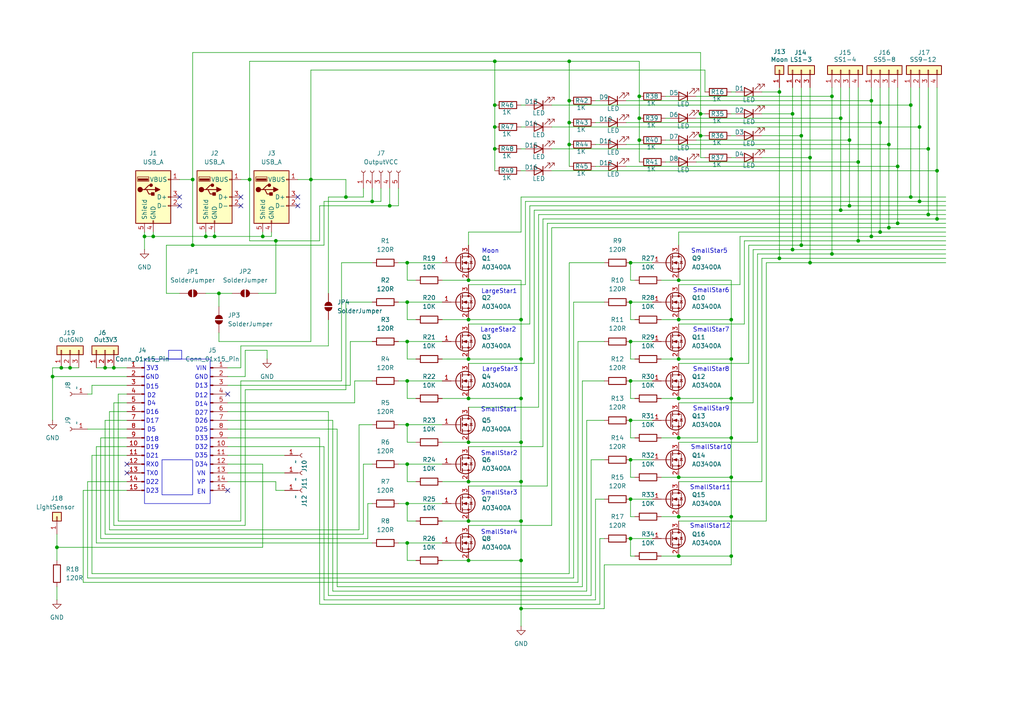
<source format=kicad_sch>
(kicad_sch (version 20250114) (generator "eeschema") (generator_version "9.0")
  (paper "A4")
  (rectangle (start 46.99 133.35) (end 55.88 143.51))
  (rectangle (start 48.895 101.6) (end 52.705 104.14))
  (rectangle (start 41.91 104.14) (end 60.96 146.05))
  (text "D4" (at 43.942 117.094 0) (effects (font (size 1.27 1.27))))
  (text "D26" (at 58.42 122.174 0) (effects (font (size 1.27 1.27))))
  (text "GND" (at 44.196 109.474 0) (effects (font (size 1.27 1.27))))
  (text "SmallStar11" (at 205.994 141.478 0) (effects (font (size 1.27 1.27))))
  (text "EN" (at 58.42 142.748 0) (effects (font (size 1.27 1.27))))
  (text "TX0" (at 44.196 137.414 0) (effects (font (size 1.27 1.27))))
  (text "VP" (at 58.42 139.954 0) (effects (font (size 1.27 1.27))))
  (text "SmallStar4" (at 144.78 154.432 0) (effects (font (size 1.27 1.27))))
  (text "3V3" (at 44.196 106.934 0) (effects (font (size 1.27 1.27))))
  (text "D14" (at 58.42 117.348 0) (effects (font (size 1.27 1.27))))
  (text "D33" (at 58.42 127.254 0) (effects (font (size 1.27 1.27))))
  (text "D15" (at 44.196 112.268 0) (effects (font (size 1.27 1.27))))
  (text "D35" (at 58.3989 132.2435 0) (effects (font (size 1.27 1.27))))
  (text "D16" (at 44.196 119.634 0) (effects (font (size 1.27 1.27))))
  (text "VIN" (at 58.42 106.934 0) (effects (font (size 1.27 1.27))))
  (text "LargeStar3" (at 145.034 107.188 0) (effects (font (size 1.27 1.27))))
  (text "VN" (at 58.42 137.414 0) (effects (font (size 1.27 1.27))))
  (text "D17" (at 44.196 122.174 0) (effects (font (size 1.27 1.27))))
  (text "Moon" (at 142.24 72.898 0) (effects (font (size 1.27 1.27))))
  (text "D22" (at 44.196 139.954 0) (effects (font (size 1.27 1.27))))
  (text "LargeStar1" (at 144.78 84.582 0) (effects (font (size 1.27 1.27))))
  (text "SmallStar10" (at 206.248 129.794 0) (effects (font (size 1.27 1.27))))
  (text "D19" (at 44.196 129.794 0) (effects (font (size 1.27 1.27))))
  (text "D27" (at 58.42 119.888 0) (effects (font (size 1.27 1.27))))
  (text "D12" (at 58.42 114.808 0) (effects (font (size 1.27 1.27))))
  (text "SmallStar6" (at 206.248 84.328 0) (effects (font (size 1.27 1.27))))
  (text "GND" (at 58.42 109.474 0) (effects (font (size 1.27 1.27))))
  (text "D23" (at 44.196 142.494 0) (effects (font (size 1.27 1.27))))
  (text "SmallStar5" (at 205.74 72.898 0) (effects (font (size 1.27 1.27))))
  (text "SmallStar7" (at 206.248 95.758 0) (effects (font (size 1.27 1.27))))
  (text "RX0" (at 44.196 134.874 0) (effects (font (size 1.27 1.27))))
  (text "SmallStar3" (at 144.78 143.002 0) (effects (font (size 1.27 1.27))))
  (text "LargeStar2" (at 144.526 95.758 0) (effects (font (size 1.27 1.27))))
  (text "D2" (at 43.942 114.808 0) (effects (font (size 1.27 1.27))))
  (text "D25" (at 58.42 124.714 0) (effects (font (size 1.27 1.27))))
  (text "D18" (at 44.196 127.508 0) (effects (font (size 1.27 1.27))))
  (text "D21" (at 44.196 132.334 0) (effects (font (size 1.27 1.27))))
  (text "SmallStar9" (at 206.248 118.618 0) (effects (font (size 1.27 1.27))))
  (text "D32" (at 58.42 129.794 0) (effects (font (size 1.27 1.27))))
  (text "SmallStar2" (at 144.78 131.572 0) (effects (font (size 1.27 1.27))))
  (text "D34" (at 58.42 134.874 0) (effects (font (size 1.27 1.27))))
  (text "SmallStar1" (at 144.78 118.872 0) (effects (font (size 1.27 1.27))))
  (text "SmallStar12" (at 205.994 152.654 0) (effects (font (size 1.27 1.27))))
  (text "SmallStar8" (at 206.248 107.188 0) (effects (font (size 1.27 1.27))))
  (text "D5" (at 43.942 124.714 0) (effects (font (size 1.27 1.27))))
  (text "D13" (at 58.42 112.014 0) (effects (font (size 1.27 1.27))))
  (junction (at 196.85 161.29))
  (junction (at 72.39 52.07))
  (junction (at 165.1 35.56))
  (junction (at 212.09 115.57))
  (junction (at 33.02 106.68))
  (junction (at 226.06 26.67))
  (junction (at 212.09 138.43))
  (junction (at 232.41 71.12))
  (junction (at 17.78 106.68))
  (junction (at 118.11 76.2))
  (junction (at 41.91 68.58))
  (junction (at 260.35 64.77))
  (junction (at 55.88 52.07))
  (junction (at 44.45 68.58))
  (junction (at 135.89 139.7))
  (junction (at 151.13 115.57))
  (junction (at 266.7 36.83))
  (junction (at 165.1 41.91))
  (junction (at 196.85 104.14))
  (junction (at 182.88 121.92))
  (junction (at 118.11 99.06))
  (junction (at 255.27 67.31))
  (junction (at 196.85 138.43))
  (junction (at 80.01 69.85))
  (junction (at 151.13 151.13))
  (junction (at 271.78 63.5))
  (junction (at 20.32 106.68))
  (junction (at 271.78 49.53))
  (junction (at 264.16 30.48))
  (junction (at 118.11 123.19))
  (junction (at 241.3 73.66))
  (junction (at 243.84 34.29))
  (junction (at 196.85 149.86))
  (junction (at 118.11 110.49))
  (junction (at 100.33 57.15))
  (junction (at 16.51 158.75))
  (junction (at 165.1 29.21))
  (junction (at 135.89 81.28))
  (junction (at 266.7 58.42))
  (junction (at 182.88 76.2))
  (junction (at 151.13 139.7))
  (junction (at 55.88 71.12))
  (junction (at 143.51 17.78))
  (junction (at 203.2 33.02))
  (junction (at 59.69 68.58))
  (junction (at 182.88 156.21))
  (junction (at 229.87 33.02))
  (junction (at 185.42 40.64))
  (junction (at 196.85 127))
  (junction (at 229.87 72.39))
  (junction (at 143.51 36.83))
  (junction (at 182.88 110.49))
  (junction (at 182.88 99.06))
  (junction (at 232.41 39.37))
  (junction (at 165.1 17.78))
  (junction (at 234.95 76.2))
  (junction (at 151.13 92.71))
  (junction (at 257.81 66.04))
  (junction (at 151.13 162.56))
  (junction (at 151.13 104.14))
  (junction (at 135.89 151.13))
  (junction (at 118.11 87.63))
  (junction (at 15.24 109.22))
  (junction (at 185.42 34.29))
  (junction (at 203.2 39.37))
  (junction (at 151.13 128.27))
  (junction (at 135.89 128.27))
  (junction (at 212.09 92.71))
  (junction (at 241.3 27.94))
  (junction (at 113.03 59.69))
  (junction (at 212.09 127))
  (junction (at 252.73 68.58))
  (junction (at 62.23 68.58))
  (junction (at 226.06 74.93))
  (junction (at 264.16 57.15))
  (junction (at 151.13 176.53))
  (junction (at 107.95 58.42))
  (junction (at 135.89 115.57))
  (junction (at 182.88 144.78))
  (junction (at 143.51 30.48))
  (junction (at 135.89 104.14))
  (junction (at 255.27 35.56))
  (junction (at 269.24 62.23))
  (junction (at 63.5 85.09))
  (junction (at 118.11 157.48))
  (junction (at 143.51 43.18))
  (junction (at 76.2 68.58))
  (junction (at 212.09 149.86))
  (junction (at 196.85 92.71))
  (junction (at 182.88 87.63))
  (junction (at 243.84 60.96))
  (junction (at 30.48 106.68))
  (junction (at 269.24 43.18))
  (junction (at 212.09 104.14))
  (junction (at 90.17 52.07))
  (junction (at 196.85 115.57))
  (junction (at 135.89 162.56))
  (junction (at 246.38 40.64))
  (junction (at 212.09 161.29))
  (junction (at 118.11 146.05))
  (junction (at 246.38 59.69))
  (junction (at 257.81 41.91))
  (junction (at 185.42 27.94))
  (junction (at 182.88 133.35))
  (junction (at 248.92 46.99))
  (junction (at 260.35 48.26))
  (junction (at 135.89 92.71))
  (junction (at 196.85 81.28))
  (junction (at 234.95 45.72))
  (junction (at 248.92 69.85))
  (junction (at 118.11 134.62))
  (junction (at 252.73 29.21))
  (no_connect (at 52.07 59.69))
  (no_connect (at 69.85 57.15))
  (no_connect (at 36.83 134.62))
  (no_connect (at 36.83 137.16))
  (no_connect (at 52.07 57.15))
  (no_connect (at 66.04 142.24))
  (no_connect (at 66.04 114.3))
  (no_connect (at 86.36 57.15))
  (no_connect (at 86.36 59.69))
  (no_connect (at 69.85 59.69))
  (wire (pts (xy 33.02 116.84) (xy 33.02 152.4)))
  (wire (pts (xy 212.09 138.43) (xy 212.09 149.86)))
  (wire (pts (xy 157.48 63.5) (xy 271.78 63.5)))
  (wire (pts (xy 36.83 132.08) (xy 26.67 132.08)))
  (wire (pts (xy 36.83 129.54) (xy 27.94 129.54)))
  (wire (pts (xy 24.13 142.24) (xy 36.83 142.24)))
  (wire (pts (xy 44.45 67.31) (xy 44.45 68.58)))
  (wire (pts (xy 191.77 92.71) (xy 196.85 92.71)))
  (wire (pts (xy 25.4 167.64) (xy 25.4 139.7)))
  (wire (pts (xy 15.24 109.22) (xy 15.24 121.92)))
  (wire (pts (xy 212.09 92.71) (xy 212.09 104.14)))
  (wire (pts (xy 218.44 116.84) (xy 196.85 116.84)))
  (wire (pts (xy 185.42 40.64) (xy 185.42 46.99)))
  (wire (pts (xy 222.25 151.13) (xy 222.25 76.2)))
  (wire (pts (xy 102.87 116.84) (xy 102.87 110.49)))
  (wire (pts (xy 182.88 161.29) (xy 184.15 161.29)))
  (wire (pts (xy 72.39 52.07) (xy 72.39 69.85)))
  (wire (pts (xy 196.85 151.13) (xy 222.25 151.13)))
  (wire (pts (xy 241.3 25.4) (xy 241.3 27.94)))
  (wire (pts (xy 266.7 58.42) (xy 274.32 58.42)))
  (wire (pts (xy 158.75 140.97) (xy 158.75 64.77)))
  (wire (pts (xy 97.79 170.18) (xy 168.91 170.18)))
  (wire (pts (xy 182.88 110.49) (xy 182.88 115.57)))
  (wire (pts (xy 182.88 81.28) (xy 184.15 81.28)))
  (wire (pts (xy 118.11 76.2) (xy 118.11 81.28)))
  (wire (pts (xy 55.88 71.12) (xy 93.98 71.12)))
  (wire (pts (xy 185.42 27.94) (xy 185.42 34.29)))
  (wire (pts (xy 36.83 119.38) (xy 31.75 119.38)))
  (wire (pts (xy 115.57 54.61) (xy 115.57 59.69)))
  (wire (pts (xy 128.27 151.13) (xy 135.89 151.13)))
  (wire (pts (xy 95.25 57.15) (xy 100.33 57.15)))
  (wire (pts (xy 252.73 25.4) (xy 252.73 29.21)))
  (wire (pts (xy 66.04 134.62) (xy 76.2 134.62)))
  (wire (pts (xy 34.29 114.3) (xy 34.29 151.13)))
  (wire (pts (xy 16.51 158.75) (xy 76.2 158.75)))
  (wire (pts (xy 201.93 27.94) (xy 241.3 27.94)))
  (wire (pts (xy 55.88 52.07) (xy 55.88 71.12)))
  (wire (pts (xy 69.85 110.49) (xy 99.06 110.49)))
  (wire (pts (xy 165.1 17.78) (xy 185.42 17.78)))
  (wire (pts (xy 15.24 109.22) (xy 15.24 106.68)))
  (wire (pts (xy 55.88 15.24) (xy 203.2 15.24)))
  (wire (pts (xy 27.94 129.54) (xy 27.94 157.48)))
  (wire (pts (xy 93.98 173.99) (xy 172.72 173.99)))
  (wire (pts (xy 196.85 127) (xy 212.09 127)))
  (wire (pts (xy 151.13 57.15) (xy 264.16 57.15)))
  (wire (pts (xy 100.33 57.15) (xy 105.41 57.15)))
  (wire (pts (xy 246.38 25.4) (xy 246.38 40.64)))
  (wire (pts (xy 106.68 156.21) (xy 29.21 156.21)))
  (wire (pts (xy 196.85 149.86) (xy 212.09 149.86)))
  (wire (pts (xy 27.94 157.48) (xy 107.95 157.48)))
  (wire (pts (xy 193.04 46.99) (xy 194.31 46.99)))
  (wire (pts (xy 220.98 45.72) (xy 234.95 45.72)))
  (wire (pts (xy 165.1 17.78) (xy 165.1 29.21)))
  (wire (pts (xy 41.91 68.58) (xy 41.91 72.39)))
  (wire (pts (xy 118.11 87.63) (xy 128.27 87.63)))
  (wire (pts (xy 135.89 92.71) (xy 151.13 92.71)))
  (wire (pts (xy 80.01 85.09) (xy 80.01 69.85)))
  (wire (pts (xy 234.95 45.72) (xy 234.95 76.2)))
  (wire (pts (xy 118.11 81.28) (xy 120.65 81.28)))
  (wire (pts (xy 41.91 67.31) (xy 41.91 68.58)))
  (wire (pts (xy 271.78 63.5) (xy 274.32 63.5)))
  (wire (pts (xy 212.09 39.37) (xy 213.36 39.37)))
  (wire (pts (xy 218.44 116.84) (xy 218.44 72.39)))
  (wire (pts (xy 217.17 105.41) (xy 217.17 71.12)))
  (wire (pts (xy 172.72 29.21) (xy 173.99 29.21)))
  (wire (pts (xy 165.1 35.56) (xy 165.1 41.91)))
  (wire (pts (xy 135.89 151.13) (xy 151.13 151.13)))
  (wire (pts (xy 269.24 43.18) (xy 269.24 62.23)))
  (wire (pts (xy 25.4 124.46) (xy 36.83 124.46)))
  (wire (pts (xy 175.26 121.92) (xy 170.18 121.92)))
  (wire (pts (xy 172.72 144.78) (xy 172.72 173.99)))
  (wire (pts (xy 243.84 25.4) (xy 243.84 34.29)))
  (wire (pts (xy 196.85 81.28) (xy 212.09 81.28)))
  (wire (pts (xy 135.89 152.4) (xy 160.02 152.4)))
  (wire (pts (xy 212.09 149.86) (xy 212.09 161.29)))
  (wire (pts (xy 175.26 144.78) (xy 172.72 144.78)))
  (wire (pts (xy 182.88 110.49) (xy 189.23 110.49)))
  (wire (pts (xy 191.77 161.29) (xy 196.85 161.29)))
  (wire (pts (xy 196.85 105.41) (xy 217.17 105.41)))
  (wire (pts (xy 118.11 146.05) (xy 118.11 151.13)))
  (wire (pts (xy 118.11 146.05) (xy 128.27 146.05)))
  (wire (pts (xy 99.06 76.2) (xy 107.95 76.2)))
  (wire (pts (xy 135.89 81.28) (xy 151.13 81.28)))
  (wire (pts (xy 118.11 151.13) (xy 120.65 151.13)))
  (wire (pts (xy 66.04 139.7) (xy 80.01 139.7)))
  (wire (pts (xy 182.88 87.63) (xy 182.88 92.71)))
  (wire (pts (xy 156.21 62.23) (xy 156.21 118.11)))
  (wire (pts (xy 115.57 99.06) (xy 118.11 99.06)))
  (wire (pts (xy 101.6 111.76) (xy 101.6 99.06)))
  (wire (pts (xy 26.67 114.3) (xy 25.4 114.3)))
  (wire (pts (xy 69.85 106.68) (xy 69.85 100.33)))
  (wire (pts (xy 255.27 35.56) (xy 255.27 67.31)))
  (wire (pts (xy 151.13 176.53) (xy 175.26 176.53)))
  (wire (pts (xy 182.88 121.92) (xy 182.88 127)))
  (wire (pts (xy 220.98 74.93) (xy 220.98 139.7)))
  (wire (pts (xy 151.13 151.13) (xy 151.13 162.56)))
  (wire (pts (xy 215.9 69.85) (xy 248.92 69.85)))
  (wire (pts (xy 182.88 115.57) (xy 184.15 115.57)))
  (wire (pts (xy 17.78 106.68) (xy 15.24 106.68)))
  (wire (pts (xy 69.85 151.13) (xy 69.85 110.49)))
  (wire (pts (xy 115.57 87.63) (xy 118.11 87.63)))
  (wire (pts (xy 201.93 46.99) (xy 248.92 46.99)))
  (wire (pts (xy 196.85 104.14) (xy 212.09 104.14)))
  (wire (pts (xy 25.4 167.64) (xy 166.37 167.64)))
  (wire (pts (xy 175.26 163.83) (xy 175.26 176.53)))
  (wire (pts (xy 118.11 139.7) (xy 120.65 139.7)))
  (wire (pts (xy 97.79 124.46) (xy 66.04 124.46)))
  (wire (pts (xy 95.25 172.72) (xy 171.45 172.72)))
  (wire (pts (xy 151.13 181.61) (xy 151.13 176.53)))
  (wire (pts (xy 260.35 48.26) (xy 260.35 64.77)))
  (wire (pts (xy 96.52 171.45) (xy 170.18 171.45)))
  (wire (pts (xy 62.23 67.31) (xy 62.23 68.58)))
  (wire (pts (xy 113.03 54.61) (xy 113.03 59.69)))
  (wire (pts (xy 93.98 173.99) (xy 93.98 129.54)))
  (wire (pts (xy 167.64 99.06) (xy 175.26 99.06)))
  (wire (pts (xy 31.75 153.67) (xy 104.14 153.67)))
  (wire (pts (xy 26.67 166.37) (xy 165.1 166.37)))
  (wire (pts (xy 193.04 34.29) (xy 194.31 34.29)))
  (wire (pts (xy 220.98 26.67) (xy 226.06 26.67)))
  (wire (pts (xy 182.88 133.35) (xy 182.88 138.43)))
  (wire (pts (xy 257.81 41.91) (xy 257.81 66.04)))
  (wire (pts (xy 115.57 157.48) (xy 118.11 157.48)))
  (wire (pts (xy 92.71 175.26) (xy 173.99 175.26)))
  (wire (pts (xy 62.23 68.58) (xy 76.2 68.58)))
  (wire (pts (xy 172.72 48.26) (xy 173.99 48.26)))
  (wire (pts (xy 44.45 68.58) (xy 59.69 68.58)))
  (wire (pts (xy 22.86 106.68) (xy 20.32 106.68)))
  (wire (pts (xy 90.17 52.07) (xy 90.17 99.06)))
  (wire (pts (xy 24.13 168.91) (xy 24.13 142.24)))
  (wire (pts (xy 203.2 39.37) (xy 203.2 45.72)))
  (wire (pts (xy 78.74 68.58) (xy 76.2 68.58)))
  (wire (pts (xy 255.27 25.4) (xy 255.27 35.56)))
  (wire (pts (xy 118.11 128.27) (xy 120.65 128.27)))
  (wire (pts (xy 172.72 35.56) (xy 173.99 35.56)))
  (wire (pts (xy 30.48 121.92) (xy 30.48 154.94)))
  (wire (pts (xy 33.02 152.4) (xy 71.12 152.4)))
  (wire (pts (xy 26.67 111.76) (xy 36.83 111.76)))
  (wire (pts (xy 135.89 115.57) (xy 151.13 115.57)))
  (wire (pts (xy 15.24 109.22) (xy 36.83 109.22)))
  (wire (pts (xy 135.89 139.7) (xy 151.13 139.7)))
  (wire (pts (xy 118.11 123.19) (xy 128.27 123.19)))
  (wire (pts (xy 110.49 54.61) (xy 110.49 58.42)))
  (wire (pts (xy 151.13 81.28) (xy 151.13 92.71)))
  (wire (pts (xy 232.41 25.4) (xy 232.41 39.37)))
  (wire (pts (xy 257.81 66.04) (xy 274.32 66.04)))
  (wire (pts (xy 118.11 134.62) (xy 118.11 139.7)))
  (wire (pts (xy 182.88 149.86) (xy 184.15 149.86)))
  (wire (pts (xy 269.24 25.4) (xy 269.24 43.18)))
  (wire (pts (xy 93.98 129.54) (xy 66.04 129.54)))
  (wire (pts (xy 105.41 154.94) (xy 105.41 134.62)))
  (wire (pts (xy 220.98 39.37) (xy 232.41 39.37)))
  (wire (pts (xy 128.27 92.71) (xy 135.89 92.71)))
  (wire (pts (xy 72.39 17.78) (xy 72.39 52.07)))
  (wire (pts (xy 255.27 67.31) (xy 274.32 67.31)))
  (wire (pts (xy 201.93 34.29) (xy 243.84 34.29)))
  (wire (pts (xy 269.24 62.23) (xy 274.32 62.23)))
  (wire (pts (xy 135.89 162.56) (xy 151.13 162.56)))
  (wire (pts (xy 80.01 69.85) (xy 92.71 69.85)))
  (wire (pts (xy 100.33 87.63) (xy 100.33 113.03)))
  (wire (pts (xy 170.18 121.92) (xy 170.18 171.45)))
  (wire (pts (xy 212.09 33.02) (xy 213.36 33.02)))
  (wire (pts (xy 72.39 52.07) (xy 69.85 52.07)))
  (wire (pts (xy 24.13 168.91) (xy 167.64 168.91)))
  (wire (pts (xy 34.29 151.13) (xy 69.85 151.13)))
  (wire (pts (xy 151.13 115.57) (xy 151.13 128.27)))
  (wire (pts (xy 212.09 127) (xy 212.09 138.43)))
  (wire (pts (xy 266.7 36.83) (xy 266.7 58.42)))
  (wire (pts (xy 86.36 52.07) (xy 90.17 52.07)))
  (wire (pts (xy 95.25 172.72) (xy 95.25 119.38)))
  (wire (pts (xy 90.17 99.06) (xy 63.5 99.06)))
  (wire (pts (xy 252.73 29.21) (xy 252.73 68.58)))
  (wire (pts (xy 196.85 139.7) (xy 220.98 139.7)))
  (wire (pts (xy 191.77 104.14) (xy 196.85 104.14)))
  (wire (pts (xy 151.13 162.56) (xy 151.13 176.53)))
  (wire (pts (xy 191.77 149.86) (xy 196.85 149.86)))
  (wire (pts (xy 115.57 146.05) (xy 118.11 146.05)))
  (wire (pts (xy 128.27 128.27) (xy 135.89 128.27)))
  (wire (pts (xy 166.37 87.63) (xy 166.37 167.64)))
  (wire (pts (xy 152.4 58.42) (xy 266.7 58.42)))
  (wire (pts (xy 80.01 139.7) (xy 80.01 142.24)))
  (wire (pts (xy 30.48 106.68) (xy 27.94 106.68)))
  (wire (pts (xy 203.2 33.02) (xy 204.47 33.02)))
  (wire (pts (xy 191.77 138.43) (xy 196.85 138.43)))
  (wire (pts (xy 181.61 41.91) (xy 257.81 41.91)))
  (wire (pts (xy 264.16 25.4) (xy 264.16 30.48)))
  (wire (pts (xy 160.02 36.83) (xy 266.7 36.83)))
  (wire (pts (xy 78.74 67.31) (xy 78.74 68.58)))
  (wire (pts (xy 36.83 116.84) (xy 33.02 116.84)))
  (wire (pts (xy 264.16 30.48) (xy 264.16 57.15)))
  (wire (pts (xy 118.11 115.57) (xy 120.65 115.57)))
  (wire (pts (xy 193.04 40.64) (xy 194.31 40.64)))
  (wire (pts (xy 71.12 113.03) (xy 100.33 113.03)))
  (wire (pts (xy 229.87 25.4) (xy 229.87 33.02)))
  (wire (pts (xy 143.51 36.83) (xy 143.51 43.18)))
  (wire (pts (xy 181.61 48.26) (xy 260.35 48.26)))
  (wire (pts (xy 25.4 139.7) (xy 36.83 139.7)))
  (wire (pts (xy 128.27 81.28) (xy 135.89 81.28)))
  (wire (pts (xy 181.61 35.56) (xy 255.27 35.56)))
  (wire (pts (xy 118.11 110.49) (xy 118.11 115.57)))
  (wire (pts (xy 66.04 109.22) (xy 71.12 109.22)))
  (wire (pts (xy 115.57 134.62) (xy 118.11 134.62)))
  (wire (pts (xy 153.67 59.69) (xy 246.38 59.69)))
  (wire (pts (xy 260.35 25.4) (xy 260.35 48.26)))
  (wire (pts (xy 196.85 93.98) (xy 215.9 93.98)))
  (wire (pts (xy 118.11 123.19) (xy 118.11 128.27)))
  (wire (pts (xy 241.3 73.66) (xy 274.32 73.66)))
  (wire (pts (xy 107.95 54.61) (xy 107.95 58.42)))
  (wire (pts (xy 106.68 146.05) (xy 106.68 156.21)))
  (wire (pts (xy 118.11 157.48) (xy 118.11 162.56)))
  (wire (pts (xy 154.94 60.96) (xy 243.84 60.96)))
  (wire (pts (xy 156.21 62.23) (xy 269.24 62.23)))
  (wire (pts (xy 212.09 81.28) (xy 212.09 92.71)))
  (wire (pts (xy 36.83 127) (xy 29.21 127)))
  (wire (pts (xy 182.88 138.43) (xy 184.15 138.43)))
  (wire (pts (xy 165.1 166.37) (xy 165.1 76.2)))
  (wire (pts (xy 226.06 74.93) (xy 274.32 74.93)))
  (wire (pts (xy 182.88 144.78) (xy 182.88 149.86)))
  (wire (pts (xy 76.2 134.62) (xy 76.2 158.75)))
  (wire (pts (xy 118.11 92.71) (xy 120.65 92.71)))
  (wire (pts (xy 135.89 82.55) (xy 152.4 82.55)))
  (wire (pts (xy 72.39 17.78) (xy 143.51 17.78)))
  (wire (pts (xy 118.11 99.06) (xy 128.27 99.06)))
  (wire (pts (xy 212.09 115.57) (xy 212.09 127)))
  (wire (pts (xy 71.12 109.22) (xy 71.12 101.6)))
  (wire (pts (xy 185.42 17.78) (xy 185.42 27.94)))
  (wire (pts (xy 260.35 64.77) (xy 274.32 64.77)))
  (wire (pts (xy 118.11 162.56) (xy 120.65 162.56)))
  (wire (pts (xy 95.25 92.71) (xy 95.25 100.33)))
  (wire (pts (xy 167.64 168.91) (xy 167.64 99.06)))
  (wire (pts (xy 271.78 25.4) (xy 271.78 49.53)))
  (wire (pts (xy 204.47 20.32) (xy 90.17 20.32)))
  (wire (pts (xy 128.27 104.14) (xy 135.89 104.14)))
  (wire (pts (xy 77.47 101.6) (xy 77.47 104.14)))
  (wire (pts (xy 196.85 138.43) (xy 212.09 138.43)))
  (wire (pts (xy 48.26 71.12) (xy 48.26 85.09)))
  (wire (pts (xy 168.91 110.49) (xy 168.91 170.18)))
  (wire (pts (xy 63.5 85.09) (xy 67.31 85.09)))
  (wire (pts (xy 271.78 49.53) (xy 271.78 63.5)))
  (wire (pts (xy 191.77 127) (xy 196.85 127)))
  (wire (pts (xy 48.26 85.09) (xy 52.07 85.09)))
  (wire (pts (xy 191.77 81.28) (xy 196.85 81.28)))
  (wire (pts (xy 97.79 170.18) (xy 97.79 124.46)))
  (wire (pts (xy 175.26 133.35) (xy 171.45 133.35)))
  (wire (pts (xy 203.2 39.37) (xy 204.47 39.37)))
  (wire (pts (xy 104.14 153.67) (xy 104.14 123.19)))
  (wire (pts (xy 158.75 64.77) (xy 260.35 64.77)))
  (wire (pts (xy 220.98 33.02) (xy 229.87 33.02)))
  (wire (pts (xy 220.98 74.93) (xy 226.06 74.93)))
  (wire (pts (xy 193.04 27.94) (xy 194.31 27.94)))
  (wire (pts (xy 182.88 156.21) (xy 182.88 161.29)))
  (wire (pts (xy 257.81 25.4) (xy 257.81 41.91)))
  (wire (pts (xy 196.85 161.29) (xy 212.09 161.29)))
  (wire (pts (xy 229.87 72.39) (xy 274.32 72.39)))
  (wire (pts (xy 143.51 30.48) (xy 143.51 36.83)))
  (wire (pts (xy 92.71 175.26) (xy 92.71 127)))
  (wire (pts (xy 248.92 25.4) (xy 248.92 46.99)))
  (wire (pts (xy 26.67 114.3) (xy 26.67 111.76)))
  (wire (pts (xy 115.57 59.69) (xy 113.03 59.69)))
  (wire (pts (xy 16.51 158.75) (xy 16.51 162.56)))
  (wire (pts (xy 160.02 43.18) (xy 269.24 43.18)))
  (wire (pts (xy 182.88 133.35) (xy 189.23 133.35)))
  (wire (pts (xy 55.88 15.24) (xy 55.88 52.07)))
  (wire (pts (xy 69.85 100.33) (xy 95.25 100.33)))
  (wire (pts (xy 182.88 144.78) (xy 189.23 144.78)))
  (wire (pts (xy 234.95 76.2) (xy 274.32 76.2)))
  (wire (pts (xy 33.02 106.68) (xy 36.83 106.68)))
  (wire (pts (xy 160.02 49.53) (xy 271.78 49.53)))
  (wire (pts (xy 101.6 99.06) (xy 107.95 99.06)))
  (wire (pts (xy 203.2 45.72) (xy 204.47 45.72)))
  (wire (pts (xy 115.57 123.19) (xy 118.11 123.19)))
  (wire (pts (xy 71.12 101.6) (xy 77.47 101.6)))
  (wire (pts (xy 264.16 57.15) (xy 274.32 57.15)))
  (wire (pts (xy 135.89 129.54) (xy 157.48 129.54)))
  (wire (pts (xy 95.25 119.38) (xy 66.04 119.38)))
  (wire (pts (xy 115.57 110.49) (xy 118.11 110.49)))
  (wire (pts (xy 63.5 85.09) (xy 63.5 88.9)))
  (wire (pts (xy 128.27 115.57) (xy 135.89 115.57)))
  (wire (pts (xy 118.11 157.48) (xy 128.27 157.48)))
  (wire (pts (xy 196.85 71.12) (xy 196.85 67.31)))
  (wire (pts (xy 219.71 73.66) (xy 241.3 73.66)))
  (wire (pts (xy 154.94 105.41) (xy 154.94 60.96)))
  (wire (pts (xy 118.11 87.63) (xy 118.11 92.71)))
  (wire (pts (xy 215.9 93.98) (xy 215.9 69.85)))
  (wire (pts (xy 151.13 67.31) (xy 151.13 57.15)))
  (wire (pts (xy 30.48 154.94) (xy 105.41 154.94)))
  (wire (pts (xy 152.4 58.42) (xy 152.4 82.55)))
  (wire (pts (xy 171.45 133.35) (xy 171.45 172.72)))
  (wire (pts (xy 151.13 92.71) (xy 151.13 104.14)))
  (wire (pts (xy 203.2 15.24) (xy 203.2 33.02)))
  (wire (pts (xy 71.12 152.4) (xy 71.12 113.03)))
  (wire (pts (xy 104.14 123.19) (xy 107.95 123.19)))
  (wire (pts (xy 234.95 25.4) (xy 234.95 45.72)))
  (wire (pts (xy 226.06 26.67) (xy 226.06 74.93)))
  (wire (pts (xy 107.95 146.05) (xy 106.68 146.05)))
  (wire (pts (xy 128.27 139.7) (xy 135.89 139.7)))
  (wire (pts (xy 95.25 57.15) (xy 95.25 85.09)))
  (wire (pts (xy 243.84 34.29) (xy 243.84 60.96)))
  (wire (pts (xy 196.85 82.55) (xy 214.63 82.55)))
  (wire (pts (xy 90.17 52.07) (xy 100.33 52.07)))
  (wire (pts (xy 96.52 121.92) (xy 96.52 171.45)))
  (wire (pts (xy 55.88 52.07) (xy 52.07 52.07)))
  (wire (pts (xy 99.06 110.49) (xy 99.06 76.2)))
  (wire (pts (xy 66.04 106.68) (xy 69.85 106.68)))
  (wire (pts (xy 182.88 87.63) (xy 189.23 87.63)))
  (wire (pts (xy 135.89 93.98) (xy 153.67 93.98)))
  (wire (pts (xy 135.89 104.14) (xy 151.13 104.14)))
  (wire (pts (xy 110.49 58.42) (xy 107.95 58.42)))
  (wire (pts (xy 196.85 115.57) (xy 212.09 115.57)))
  (wire (pts (xy 226.06 25.4) (xy 226.06 26.67)))
  (wire (pts (xy 62.23 68.58) (xy 59.69 68.58)))
  (wire (pts (xy 92.71 59.69) (xy 113.03 59.69)))
  (wire (pts (xy 115.57 76.2) (xy 118.11 76.2)))
  (wire (pts (xy 160.02 152.4) (xy 160.02 66.04)))
  (wire (pts (xy 248.92 69.85) (xy 274.32 69.85)))
  (wire (pts (xy 165.1 29.21) (xy 165.1 35.56)))
  (wire (pts (xy 151.13 104.14) (xy 151.13 115.57)))
  (wire (pts (xy 153.67 93.98) (xy 153.67 59.69)))
  (wire (pts (xy 212.09 26.67) (xy 213.36 26.67)))
  (wire (pts (xy 66.04 121.92) (xy 96.52 121.92)))
  (wire (pts (xy 182.88 76.2) (xy 182.88 81.28)))
  (wire (pts (xy 41.91 68.58) (xy 44.45 68.58)))
  (wire (pts (xy 135.89 128.27) (xy 151.13 128.27)))
  (wire (pts (xy 212.09 45.72) (xy 213.36 45.72)))
  (wire (pts (xy 151.13 43.18) (xy 152.4 43.18)))
  (wire (pts (xy 66.04 111.76) (xy 101.6 111.76)))
  (wire (pts (xy 182.88 127) (xy 184.15 127)))
  (wire (pts (xy 105.41 57.15) (xy 105.41 54.61)))
  (wire (pts (xy 135.89 67.31) (xy 151.13 67.31)))
  (wire (pts (xy 16.51 154.94) (xy 16.51 158.75)))
  (wire (pts (xy 196.85 67.31) (xy 255.27 67.31)))
  (wire (pts (xy 182.88 99.06) (xy 182.88 104.14)))
  (wire (pts (xy 26.67 132.08) (xy 26.67 166.37)))
  (wire (pts (xy 20.32 106.68) (xy 17.78 106.68)))
  (wire (pts (xy 246.38 40.64) (xy 246.38 59.69)))
  (wire (pts (xy 219.71 128.27) (xy 219.71 73.66)))
  (wire (pts (xy 182.88 121.92) (xy 189.23 121.92)))
  (wire (pts (xy 59.69 68.58) (xy 59.69 67.31)))
  (wire (pts (xy 182.88 76.2) (xy 189.23 76.2)))
  (wire (pts (xy 151.13 30.48) (xy 152.4 30.48)))
  (wire (pts (xy 36.83 121.92) (xy 30.48 121.92)))
  (wire (pts (xy 100.33 52.07) (xy 100.33 57.15)))
  (wire (pts (xy 266.7 25.4) (xy 266.7 36.83)))
  (wire (pts (xy 160.02 30.48) (xy 264.16 30.48)))
  (wire (pts (xy 241.3 27.94) (xy 241.3 73.66)))
  (wire (pts (xy 59.69 85.09) (xy 63.5 85.09)))
  (wire (pts (xy 151.13 49.53) (xy 152.4 49.53)))
  (wire (pts (xy 66.04 137.16) (xy 82.55 137.16)))
  (wire (pts (xy 93.98 58.42) (xy 107.95 58.42)))
  (wire (pts (xy 252.73 68.58) (xy 274.32 68.58)))
  (wire (pts (xy 204.47 26.67) (xy 204.47 20.32)))
  (wire (pts (xy 55.88 71.12) (xy 48.26 71.12)))
  (wire (pts (xy 135.89 118.11) (xy 156.21 118.11)))
  (wire (pts (xy 212.09 163.83) (xy 175.26 163.83)))
  (wire (pts (xy 181.61 29.21) (xy 252.73 29.21)))
  (wire (pts (xy 151.13 128.27) (xy 151.13 139.7)))
  (wire (pts (xy 196.85 92.71) (xy 212.09 92.71)))
  (wire (pts (xy 66.04 132.08) (xy 82.55 132.08)))
  (wire (pts (xy 80.01 142.24) (xy 82.55 142.24)))
  (wire (pts (xy 229.87 33.02) (xy 229.87 72.39)))
  (wire (pts (xy 74.93 85.09) (xy 80.01 85.09)))
  (wire (pts (xy 248.92 46.99) (xy 248.92 69.85)))
  (wire (pts (xy 160.02 66.04) (xy 257.81 66.04)))
  (wire (pts (xy 66.04 116.84) (xy 102.87 116.84)))
  (wire (pts (xy 118.11 99.06) (xy 118.11 104.14)))
  (wire (pts (xy 93.98 58.42) (xy 93.98 71.12)))
  (wire (pts (xy 196.85 128.27) (xy 219.71 128.27)))
  (wire (pts (xy 16.51 170.18) (xy 16.51 173.99)))
  (wire (pts (xy 175.26 110.49) (xy 168.91 110.49)))
  (wire (pts (xy 151.13 139.7) (xy 151.13 151.13)))
  (wire (pts (xy 218.44 72.39) (xy 229.87 72.39)))
  (wire (pts (xy 182.88 92.71) (xy 184.15 92.71)))
  (wire (pts (xy 76.2 68.58) (xy 76.2 67.31)))
  (wire (pts (xy 105.41 134.62) (xy 107.95 134.62)))
  (wire (pts (xy 212.09 104.14) (xy 212.09 115.57)))
  (wire (pts (xy 212.09 161.29) (xy 212.09 163.83)))
  (wire (pts (xy 118.11 110.49) (xy 128.27 110.49)))
  (wire (pts (xy 182.88 104.14) (xy 184.15 104.14)))
  (wire (pts (xy 201.93 40.64) (xy 246.38 40.64)))
  (wire (pts (xy 135.89 140.97) (xy 158.75 140.97)))
  (wire (pts (xy 72.39 69.85) (xy 80.01 69.85)))
  (wire (pts (xy 63.5 99.06) (xy 63.5 96.52)))
  (wire (pts (xy 165.1 76.2) (xy 175.26 76.2)))
  (wire (pts (xy 175.26 156.21) (xy 173.99 156.21)))
  (wire (pts (xy 31.75 119.38) (xy 31.75 153.67)))
  (wire (pts (xy 175.26 87.63) (xy 166.37 87.63)))
  (wire (pts (xy 90.17 20.32) (xy 90.17 52.07)))
  (wire (pts (xy 246.38 59.69) (xy 274.32 59.69)))
  (wire (pts (xy 217.17 71.12) (xy 232.41 71.12)))
  (wire (pts (xy 118.11 76.2) (xy 128.27 76.2)))
  (wire (pts (xy 143.51 17.78) (xy 165.1 17.78)))
  (wire (pts (xy 173.99 156.21) (xy 173.99 175.26)))
  (wire (pts (xy 172.72 41.91) (xy 173.99 41.91)))
  (wire (pts (xy 165.1 41.91) (xy 165.1 48.26)))
  (wire (pts (xy 118.11 104.14) (xy 120.65 104.14)))
  (wire (pts (xy 29.21 127) (xy 29.21 156.21)))
  (wire (pts (xy 143.51 17.78) (xy 143.51 30.48)))
  (wire (pts (xy 191.77 115.57) (xy 196.85 115.57)))
  (wire (pts (xy 143.51 43.18) (xy 143.51 49.53)))
  (wire (pts (xy 157.48 129.54) (xy 157.48 63.5)))
  (wire (pts (xy 182.88 156.21) (xy 189.23 156.21)))
  (wire (pts (xy 92.71 59.69) (xy 92.71 69.85)))
  (wire (pts (xy 102.87 110.49) (xy 107.95 110.49)))
  (wire (pts (xy 214.63 68.58) (xy 252.73 68.58)))
  (wire (pts (xy 232.41 71.12) (xy 274.32 71.12)))
  (wire (pts (xy 92.71 127) (xy 66.04 127)))
  (wire (pts (xy 30.48 106.68) (xy 33.02 106.68)))
  (wire (pts (xy 203.2 33.02) (xy 203.2 39.37)))
  (wire (pts (xy 100.33 87.63) (xy 107.95 87.63)))
  (wire (pts (xy 36.83 114.3) (xy 34.29 114.3)))
  (wire (pts (xy 214.63 82.55) (xy 214.63 68.58)))
  (wire (pts (xy 232.41 39.37) (xy 232.41 71.12)))
  (wire (pts (xy 135.89 105.41) (xy 154.94 105.41)))
  (wire (pts (xy 151.13 36.83) (xy 152.4 36.83)))
  (wire (pts (xy 222.25 76.2) (xy 234.95 76.2)))
  (wire (pts (xy 243.84 60.96) (xy 274.32 60.96)))
  (wire (pts (xy 135.89 71.12) (xy 135.89 67.31)))
  (wire (pts (xy 128.27 162.56) (xy 135.89 162.56)))
  (wire (pts (xy 185.42 34.29) (xy 185.42 40.64)))
  (wire (pts (xy 182.88 99.06) (xy 189.23 99.06)))
  (wire (pts (xy 118.11 134.62) (xy 128.27 134.62)))
  (symbol (lib_id "Device:R") (at 111.76 76.2 90) (unit 1)
    (property "Reference" "R1" (at 111.76 69.85 90))
    (property "Value" "120R" (at 111.76 72.39 90))
    (property "Footprint" "Resistor_THT:R_Axial_DIN0207_L6.3mm_D2.5mm_P7.62mm_Horizontal" (effects (hide yes)))
    (property "Description" "Resistor" (effects (hide yes)))
  )
  (symbol (lib_id "Transistor_FET:AO3400A") (at 194.31 99.06 0) (unit 1)
    (property "Reference" "Q11" (at 200.66 97.7899 0) (effects (justify left)))
    (property "Value" "AO3400A" (at 200.66 100.3299 0) (effects (justify left)))
    (property "Footprint" "Package_TO_SOT_SMD:SOT-23" (effects (hide yes)))
    (property "Datasheet" "http://www.aosmd.com/pdfs/datasheet/AO3400A.pdf" (effects (hide yes)))
    (property "Description" "30V Vds, 5.7A Id, N-Channel MOSFET, SOT-23" (effects (hide yes)))
  )
  (symbol (lib_id "Device:LED") (at 177.8 35.56 180) (unit 1)
    (property "Reference" "D10" (at 173.736 34.544 0) (effects (justify right)))
    (property "Value" "LED" (at 176.022 37.846 0) (effects (justify right)))
    (property "Footprint" "LED_THT:LED_D3.0mm" (effects (hide yes)))
    (property "Description" "Light emitting diode" (effects (hide yes)))
    (property "Sim.Pins" "1=K 2=A" (effects (hide yes)))
  )
  (symbol (lib_id "Connector_Generic:Conn_01x03") (at 20.32 101.6 90) (unit 1)
    (property "Reference" "J19" (at 18.288 96.52 90) (effects (justify right)))
    (property "Value" "OutGND" (at 17.018 98.552 90) (effects (justify right)))
    (property "Footprint" "Connector_PinSocket_2.54mm:PinSocket_1x03_P2.54mm_Vertical" (effects (hide yes)))
    (property "Description" "Generic connector, single row, 01x03, script generated (kicad-library-utils/schlib/autogen/connector/)" (effects (hide yes)))
  )
  (symbol (lib_id "Device:R") (at 187.96 161.29 270) (unit 1)
    (property "Reference" "R34" (at 187.96 154.94 90))
    (property "Value" "10K" (at 187.96 157.48 90))
    (property "Footprint" "Resistor_THT:R_Axial_DIN0207_L6.3mm_D2.5mm_P7.62mm_Horizontal" (effects (hide yes)))
    (property "Description" "Resistor" (effects (hide yes)))
  )
  (symbol (lib_id "Device:R") (at 124.46 92.71 270) (unit 1)
    (property "Reference" "R20" (at 124.46 86.36 90))
    (property "Value" "10K" (at 124.46 88.9 90))
    (property "Footprint" "Resistor_THT:R_Axial_DIN0207_L6.3mm_D2.5mm_P7.62mm_Horizontal" (effects (hide yes)))
    (property "Description" "Resistor" (effects (hide yes)))
  )
  (symbol (lib_id "Device:R") (at 16.51 166.37 180) (unit 1)
    (property "Reference" "R18" (at 19.05 165.0999 0) (effects (justify right)))
    (property "Value" "120R" (at 19.05 167.6399 0) (effects (justify right)))
    (property "Footprint" "Resistor_THT:R_Axial_DIN0207_L6.3mm_D2.5mm_P7.62mm_Horizontal" (effects (hide yes)))
    (property "Description" "Resistor" (effects (hide yes)))
  )
  (symbol (lib_id "Device:R") (at 168.91 29.21 90) (unit 1)
    (property "Reference" "R42" (at 170.688 29.21 90) (effects (justify left)))
    (property "Value" "1K" (at 169.926 31.242 90) (effects (justify left)))
    (property "Footprint" "Resistor_THT:R_Axial_DIN0207_L6.3mm_D2.5mm_P7.62mm_Horizontal" (effects (hide yes)))
    (property "Description" "Resistor" (effects (hide yes)))
  )
  (symbol (lib_id "Device:LED") (at 156.21 36.83 180) (unit 1)
    (property "Reference" "D14" (at 152.146 35.814 0) (effects (justify right)))
    (property "Value" "LED" (at 154.432 39.116 0) (effects (justify right)))
    (property "Footprint" "LED_THT:LED_D3.0mm" (effects (hide yes)))
    (property "Description" "Light emitting diode" (effects (hide yes)))
    (property "Sim.Pins" "1=K 2=A" (effects (hide yes)))
  )
  (symbol (lib_id "Device:R") (at 111.76 87.63 90) (unit 1)
    (property "Reference" "R2" (at 111.76 81.28 90))
    (property "Value" "120R" (at 111.76 83.82 90))
    (property "Footprint" "Resistor_THT:R_Axial_DIN0207_L6.3mm_D2.5mm_P7.62mm_Horizontal" (effects (hide yes)))
    (property "Description" "Resistor" (effects (hide yes)))
  )
  (symbol (lib_id "Transistor_FET:AO3400A") (at 194.31 121.92 0) (unit 1)
    (property "Reference" "Q13" (at 200.66 120.6499 0) (effects (justify left)))
    (property "Value" "AO3400A" (at 200.66 123.1899 0) (effects (justify left)))
    (property "Footprint" "Package_TO_SOT_SMD:SOT-23" (effects (hide yes)))
    (property "Datasheet" "http://www.aosmd.com/pdfs/datasheet/AO3400A.pdf" (effects (hide yes)))
    (property "Description" "30V Vds, 5.7A Id, N-Channel MOSFET, SOT-23" (effects (hide yes)))
  )
  (symbol (lib_id "Transistor_FET:AO3400A") (at 133.35 146.05 0) (unit 1)
    (property "Reference" "Q7" (at 139.7 144.7799 0) (effects (justify left)))
    (property "Value" "AO3400A" (at 139.7 147.3199 0) (effects (justify left)))
    (property "Footprint" "Package_TO_SOT_SMD:SOT-23" (effects (hide yes)))
    (property "Datasheet" "http://www.aosmd.com/pdfs/datasheet/AO3400A.pdf" (effects (hide yes)))
    (property "Description" "30V Vds, 5.7A Id, N-Channel MOSFET, SOT-23" (effects (hide yes)))
  )
  (symbol (lib_id "Transistor_FET:AO3400A") (at 133.35 110.49 0) (unit 1)
    (property "Reference" "Q4" (at 139.7 109.2199 0) (effects (justify left)))
    (property "Value" "AO3400A" (at 139.7 111.7599 0) (effects (justify left)))
    (property "Footprint" "Package_TO_SOT_SMD:SOT-23" (effects (hide yes)))
    (property "Datasheet" "http://www.aosmd.com/pdfs/datasheet/AO3400A.pdf" (effects (hide yes)))
    (property "Description" "30V Vds, 5.7A Id, N-Channel MOSFET, SOT-23" (effects (hide yes)))
  )
  (symbol (lib_id "Device:R") (at 187.96 138.43 270) (unit 1)
    (property "Reference" "R32" (at 187.96 132.08 90))
    (property "Value" "10K" (at 187.96 134.62 90))
    (property "Footprint" "Resistor_THT:R_Axial_DIN0207_L6.3mm_D2.5mm_P7.62mm_Horizontal" (effects (hide yes)))
    (property "Description" "Resistor" (effects (hide yes)))
  )
  (symbol (lib_id "Device:LED") (at 156.21 30.48 180) (unit 1)
    (property "Reference" "D13" (at 152.146 29.464 0) (effects (justify right)))
    (property "Value" "LED" (at 154.432 32.766 0) (effects (justify right)))
    (property "Footprint" "LED_THT:LED_D3.0mm" (effects (hide yes)))
    (property "Description" "Light emitting diode" (effects (hide yes)))
    (property "Sim.Pins" "1=K 2=A" (effects (hide yes)))
  )
  (symbol (lib_id "Device:R") (at 189.23 46.99 90) (unit 1)
    (property "Reference" "R41" (at 191.008 46.99 90) (effects (justify left)))
    (property "Value" "1K" (at 190.246 49.022 90) (effects (justify left)))
    (property "Footprint" "Resistor_THT:R_Axial_DIN0207_L6.3mm_D2.5mm_P7.62mm_Horizontal" (effects (hide yes)))
    (property "Description" "Resistor" (effects (hide yes)))
  )
  (symbol (lib_id "Device:R") (at 179.07 133.35 90) (unit 1)
    (property "Reference" "R14" (at 179.07 127 90))
    (property "Value" "120R" (at 179.07 129.54 90))
    (property "Footprint" "Resistor_THT:R_Axial_DIN0207_L6.3mm_D2.5mm_P7.62mm_Horizontal" (effects (hide yes)))
    (property "Description" "Resistor" (effects (hide yes)))
  )
  (symbol (lib_id "Device:R") (at 147.32 43.18 90) (unit 1)
    (property "Reference" "R48" (at 149.098 43.18 90) (effects (justify left)))
    (property "Value" "1K" (at 148.336 45.212 90) (effects (justify left)))
    (property "Footprint" "Resistor_THT:R_Axial_DIN0207_L6.3mm_D2.5mm_P7.62mm_Horizontal" (effects (hide yes)))
    (property "Description" "Resistor" (effects (hide yes)))
  )
  (symbol (lib_id "power:GND") (at 16.51 173.99 0) (unit 1)
    (property "Reference" "#PWR06" (effects (hide yes)))
    (property "Value" "GND" (at 16.51 179.07 0))
    (property "Description" "Power symbol creates a global label with name \"GND\" , ground" (effects (hide yes)))
  )
  (symbol (lib_id "Device:R") (at 179.07 110.49 90) (unit 1)
    (property "Reference" "R12" (at 179.07 104.14 90))
    (property "Value" "120R" (at 179.07 106.68 90))
    (property "Footprint" "Resistor_THT:R_Axial_DIN0207_L6.3mm_D2.5mm_P7.62mm_Horizontal" (effects (hide yes)))
    (property "Description" "Resistor" (effects (hide yes)))
  )
  (symbol (lib_id "Device:LED") (at 156.21 43.18 180) (unit 1)
    (property "Reference" "D15" (at 152.146 42.164 0) (effects (justify right)))
    (property "Value" "LED" (at 154.432 45.466 0) (effects (justify right)))
    (property "Footprint" "LED_THT:LED_D3.0mm" (effects (hide yes)))
    (property "Description" "Light emitting diode" (effects (hide yes)))
    (property "Sim.Pins" "1=K 2=A" (effects (hide yes)))
  )
  (symbol (lib_id "Device:LED") (at 217.17 39.37 180) (unit 1)
    (property "Reference" "D3" (at 213.106 38.354 0) (effects (justify right)))
    (property "Value" "LED" (at 215.392 41.656 0) (effects (justify right)))
    (property "Footprint" "LED_THT:LED_D3.0mm" (effects (hide yes)))
    (property "Description" "Light emitting diode" (effects (hide yes)))
    (property "Sim.Pins" "1=K 2=A" (effects (hide yes)))
  )
  (symbol (lib_id "Device:R") (at 124.46 115.57 270) (unit 1)
    (property "Reference" "R22" (at 124.46 109.22 90))
    (property "Value" "10K" (at 124.46 111.76 90))
    (property "Footprint" "Resistor_THT:R_Axial_DIN0207_L6.3mm_D2.5mm_P7.62mm_Horizontal" (effects (hide yes)))
    (property "Description" "Resistor" (effects (hide yes)))
  )
  (symbol (lib_id "Jumper:SolderJumper_2_Open") (at 95.25 88.9 90) (unit 1) (in_bom no)
    (property "Reference" "JP4" (at 97.79 87.6299 90) (effects (justify right)))
    (property "Value" "SolderJumper" (at 97.79 90.1699 90) (effects (justify right)))
    (property "Footprint" "Connector_PinSocket_2.54mm:PinSocket_1x02_P2.54mm_Vertical" (effects (hide yes)))
    (property "Description" "Solder Jumper, 2-pole, open" (effects (hide yes)))
  )
  (symbol (lib_id "Device:R") (at 124.46 139.7 270) (unit 1)
    (property "Reference" "R24" (at 124.46 133.35 90))
    (property "Value" "10K" (at 124.46 135.89 90))
    (property "Footprint" "Resistor_THT:R_Axial_DIN0207_L6.3mm_D2.5mm_P7.62mm_Horizontal" (effects (hide yes)))
    (property "Description" "Resistor" (effects (hide yes)))
  )
  (symbol (lib_id "Device:R") (at 111.76 123.19 90) (unit 1)
    (property "Reference" "R5" (at 111.76 116.84 90))
    (property "Value" "120R" (at 111.76 119.38 90))
    (property "Footprint" "Resistor_THT:R_Axial_DIN0207_L6.3mm_D2.5mm_P7.62mm_Horizontal" (effects (hide yes)))
    (property "Description" "Resistor" (effects (hide yes)))
  )
  (symbol (lib_id "Transistor_FET:AO3400A") (at 133.35 76.2 0) (unit 1)
    (property "Reference" "Q1" (at 139.7 74.9299 0) (effects (justify left)))
    (property "Value" "AO3400A" (at 139.7 77.4699 0) (effects (justify left)))
    (property "Footprint" "Package_TO_SOT_SMD:SOT-23" (effects (hide yes)))
    (property "Datasheet" "http://www.aosmd.com/pdfs/datasheet/AO3400A.pdf" (effects (hide yes)))
    (property "Description" "30V Vds, 5.7A Id, N-Channel MOSFET, SOT-23" (effects (hide yes)))
  )
  (symbol (lib_id "Device:LED") (at 177.8 41.91 180) (unit 1)
    (property "Reference" "D11" (at 173.736 40.894 0) (effects (justify right)))
    (property "Value" "LED" (at 176.022 44.196 0) (effects (justify right)))
    (property "Footprint" "LED_THT:LED_D3.0mm" (effects (hide yes)))
    (property "Description" "Light emitting diode" (effects (hide yes)))
    (property "Sim.Pins" "1=K 2=A" (effects (hide yes)))
  )
  (symbol (lib_id "Connector_Generic:Conn_01x04") (at 266.7 20.32 90) (unit 1)
    (property "Reference" "J17" (at 267.97 15.24 90))
    (property "Value" "SS9-12" (at 267.716 17.272 90))
    (property "Footprint" "Connector_PinSocket_2.54mm:PinSocket_1x04_P2.54mm_Vertical" (effects (hide yes)))
    (property "Description" "Generic connector, single row, 01x04, script generated (kicad-library-utils/schlib/autogen/connector/)" (effects (hide yes)))
  )
  (symbol (lib_id "Device:R") (at 189.23 34.29 90) (unit 1)
    (property "Reference" "R39" (at 191.008 34.29 90) (effects (justify left)))
    (property "Value" "1K" (at 190.246 36.322 90) (effects (justify left)))
    (property "Footprint" "Resistor_THT:R_Axial_DIN0207_L6.3mm_D2.5mm_P7.62mm_Horizontal" (effects (hide yes)))
    (property "Description" "Resistor" (effects (hide yes)))
  )
  (symbol (lib_id "Device:R") (at 124.46 104.14 270) (unit 1)
    (property "Reference" "R21" (at 124.46 97.79 90))
    (property "Value" "10K" (at 124.46 100.33 90))
    (property "Footprint" "Resistor_THT:R_Axial_DIN0207_L6.3mm_D2.5mm_P7.62mm_Horizontal" (effects (hide yes)))
    (property "Description" "Resistor" (effects (hide yes)))
  )
  (symbol (lib_id "Device:R") (at 179.07 76.2 90) (unit 1)
    (property "Reference" "R9" (at 179.07 69.85 90))
    (property "Value" "120R" (at 179.07 72.39 90))
    (property "Footprint" "Resistor_THT:R_Axial_DIN0207_L6.3mm_D2.5mm_P7.62mm_Horizontal" (effects (hide yes)))
    (property "Description" "Resistor" (effects (hide yes)))
  )
  (symbol (lib_id "Device:R") (at 179.07 87.63 90) (unit 1)
    (property "Reference" "R10" (at 179.07 81.28 90))
    (property "Value" "120R" (at 179.07 83.82 90))
    (property "Footprint" "Resistor_THT:R_Axial_DIN0207_L6.3mm_D2.5mm_P7.62mm_Horizontal" (effects (hide yes)))
    (property "Description" "Resistor" (effects (hide yes)))
  )
  (symbol (lib_id "Device:R") (at 208.28 45.72 90) (unit 1)
    (property "Reference" "R37" (at 210.058 45.72 90) (effects (justify left)))
    (property "Value" "1K" (at 209.296 47.752 90) (effects (justify left)))
    (property "Footprint" "Resistor_THT:R_Axial_DIN0207_L6.3mm_D2.5mm_P7.62mm_Horizontal" (effects (hide yes)))
    (property "Description" "Resistor" (effects (hide yes)))
  )
  (symbol (lib_id "Transistor_FET:AO3400A") (at 133.35 134.62 0) (unit 1)
    (property "Reference" "Q6" (at 139.7 133.3499 0) (effects (justify left)))
    (property "Value" "AO3400A" (at 139.7 135.8899 0) (effects (justify left)))
    (property "Footprint" "Package_TO_SOT_SMD:SOT-23" (effects (hide yes)))
    (property "Datasheet" "http://www.aosmd.com/pdfs/datasheet/AO3400A.pdf" (effects (hide yes)))
    (property "Description" "30V Vds, 5.7A Id, N-Channel MOSFET, SOT-23" (effects (hide yes)))
  )
  (symbol (lib_id "Device:R") (at 208.28 26.67 90) (unit 1)
    (property "Reference" "R16" (at 210.058 26.67 90) (effects (justify left)))
    (property "Value" "1K" (at 209.296 28.702 90) (effects (justify left)))
    (property "Footprint" "Resistor_THT:R_Axial_DIN0207_L6.3mm_D2.5mm_P7.62mm_Horizontal" (effects (hide yes)))
    (property "Description" "Resistor" (effects (hide yes)))
  )
  (symbol (lib_id "Device:R") (at 187.96 92.71 270) (unit 1)
    (property "Reference" "R28" (at 187.96 86.36 90))
    (property "Value" "10K" (at 187.96 88.9 90))
    (property "Footprint" "Resistor_THT:R_Axial_DIN0207_L6.3mm_D2.5mm_P7.62mm_Horizontal" (effects (hide yes)))
    (property "Description" "Resistor" (effects (hide yes)))
  )
  (symbol (lib_id "Transistor_FET:AO3400A") (at 133.35 157.48 0) (unit 1)
    (property "Reference" "Q8" (at 139.7 156.2099 0) (effects (justify left)))
    (property "Value" "AO3400A" (at 139.7 158.7499 0) (effects (justify left)))
    (property "Footprint" "Package_TO_SOT_SMD:SOT-23" (effects (hide yes)))
    (property "Datasheet" "http://www.aosmd.com/pdfs/datasheet/AO3400A.pdf" (effects (hide yes)))
    (property "Description" "30V Vds, 5.7A Id, N-Channel MOSFET, SOT-23" (effects (hide yes)))
  )
  (symbol (lib_id "Transistor_FET:AO3400A") (at 194.31 110.49 0) (unit 1)
    (property "Reference" "Q12" (at 200.66 109.2199 0) (effects (justify left)))
    (property "Value" "AO3400A" (at 200.66 111.7599 0) (effects (justify left)))
    (property "Footprint" "Package_TO_SOT_SMD:SOT-23" (effects (hide yes)))
    (property "Datasheet" "http://www.aosmd.com/pdfs/datasheet/AO3400A.pdf" (effects (hide yes)))
    (property "Description" "30V Vds, 5.7A Id, N-Channel MOSFET, SOT-23" (effects (hide yes)))
  )
  (symbol (lib_id "Connector:Conn_01x01_Socket") (at 87.63 137.16 0) (unit 1)
    (property "Reference" "J11" (at 88.2651 138.43 90) (effects (justify right)))
    (property "Value" "~" (at 85.7251 138.43 90) (effects (justify right)))
    (property "Footprint" "Connector_PinSocket_2.54mm:PinSocket_1x01_P2.54mm_Vertical" (effects (hide yes)))
    (property "Description" "Generic connector, single row, 01x01, script generated" (effects (hide yes)))
  )
  (symbol (lib_id "Device:R") (at 179.07 144.78 90) (unit 1)
    (property "Reference" "R15" (at 179.07 138.43 90))
    (property "Value" "120R" (at 179.07 140.97 90))
    (property "Footprint" "Resistor_THT:R_Axial_DIN0207_L6.3mm_D2.5mm_P7.62mm_Horizontal" (effects (hide yes)))
    (property "Description" "Resistor" (effects (hide yes)))
  )
  (symbol (lib_id "Device:R") (at 187.96 149.86 270) (unit 1)
    (property "Reference" "R33" (at 187.96 143.51 90))
    (property "Value" "10K" (at 187.96 146.05 90))
    (property "Footprint" "Resistor_THT:R_Axial_DIN0207_L6.3mm_D2.5mm_P7.62mm_Horizontal" (effects (hide yes)))
    (property "Description" "Resistor" (effects (hide yes)))
  )
  (symbol (lib_id "Transistor_FET:AO3400A") (at 194.31 133.35 0) (unit 1)
    (property "Reference" "Q14" (at 200.66 132.0799 0) (effects (justify left)))
    (property "Value" "AO3400A" (at 200.66 134.6199 0) (effects (justify left)))
    (property "Footprint" "Package_TO_SOT_SMD:SOT-23" (effects (hide yes)))
    (property "Datasheet" "http://www.aosmd.com/pdfs/datasheet/AO3400A.pdf" (effects (hide yes)))
    (property "Description" "30V Vds, 5.7A Id, N-Channel MOSFET, SOT-23" (effects (hide yes)))
  )
  (symbol (lib_id "Connector:USB_A") (at 62.23 57.15 0) (unit 1)
    (property "Reference" "J2" (at 62.23 44.45 0))
    (property "Value" "USB_A" (at 62.23 46.99 0))
    (property "Footprint" "Connector_USB:USB_A_Molex_67643_Horizontal" (effects (hide yes)))
    (property "Description" "USB Type A connector" (effects (hide yes)))
  )
  (symbol (lib_id "Device:R") (at 168.91 48.26 90) (unit 1)
    (property "Reference" "R45" (at 170.688 48.26 90) (effects (justify left)))
    (property "Value" "1K" (at 169.926 50.292 90) (effects (justify left)))
    (property "Footprint" "Resistor_THT:R_Axial_DIN0207_L6.3mm_D2.5mm_P7.62mm_Horizontal" (effects (hide yes)))
    (property "Description" "Resistor" (effects (hide yes)))
  )
  (symbol (lib_id "Device:R") (at 111.76 99.06 90) (unit 1)
    (property "Reference" "R3" (at 111.76 92.71 90))
    (property "Value" "120R" (at 111.76 95.25 90))
    (property "Footprint" "Resistor_THT:R_Axial_DIN0207_L6.3mm_D2.5mm_P7.62mm_Horizontal" (effects (hide yes)))
    (property "Description" "Resistor" (effects (hide yes)))
  )
  (symbol (lib_id "Transistor_FET:AO3400A") (at 133.35 87.63 0) (unit 1)
    (property "Reference" "Q2" (at 139.7 86.3599 0) (effects (justify left)))
    (property "Value" "AO3400A" (at 139.7 88.8999 0) (effects (justify left)))
    (property "Footprint" "Package_TO_SOT_SMD:SOT-23" (effects (hide yes)))
    (property "Datasheet" "http://www.aosmd.com/pdfs/datasheet/AO3400A.pdf" (effects (hide yes)))
    (property "Description" "30V Vds, 5.7A Id, N-Channel MOSFET, SOT-23" (effects (hide yes)))
  )
  (symbol (lib_id "Device:R") (at 168.91 41.91 90) (unit 1)
    (property "Reference" "R44" (at 170.688 41.91 90) (effects (justify left)))
    (property "Value" "1K" (at 169.926 43.942 90) (effects (justify left)))
    (property "Footprint" "Resistor_THT:R_Axial_DIN0207_L6.3mm_D2.5mm_P7.62mm_Horizontal" (effects (hide yes)))
    (property "Description" "Resistor" (effects (hide yes)))
  )
  (symbol (lib_id "Transistor_FET:AO3400A") (at 194.31 87.63 0) (unit 1)
    (property "Reference" "Q10" (at 200.66 86.3599 0) (effects (justify left)))
    (property "Value" "AO3400A" (at 200.66 88.8999 0) (effects (justify left)))
    (property "Footprint" "Package_TO_SOT_SMD:SOT-23" (effects (hide yes)))
    (property "Datasheet" "http://www.aosmd.com/pdfs/datasheet/AO3400A.pdf" (effects (hide yes)))
    (property "Description" "30V Vds, 5.7A Id, N-Channel MOSFET, SOT-23" (effects (hide yes)))
  )
  (symbol (lib_id "Device:R") (at 187.96 104.14 270) (unit 1)
    (property "Reference" "R29" (at 187.96 97.79 90))
    (property "Value" "10K" (at 187.96 100.33 90))
    (property "Footprint" "Resistor_THT:R_Axial_DIN0207_L6.3mm_D2.5mm_P7.62mm_Horizontal" (effects (hide yes)))
    (property "Description" "Resistor" (effects (hide yes)))
  )
  (symbol (lib_id "Device:R") (at 179.07 121.92 90) (unit 1)
    (property "Reference" "R13" (at 179.07 115.57 90))
    (property "Value" "120R" (at 179.07 118.11 90))
    (property "Footprint" "Resistor_THT:R_Axial_DIN0207_L6.3mm_D2.5mm_P7.62mm_Horizontal" (effects (hide yes)))
    (property "Description" "Resistor" (effects (hide yes)))
  )
  (symbol (lib_id "Device:R") (at 111.76 146.05 90) (unit 1)
    (property "Reference" "R7" (at 111.76 139.7 90))
    (property "Value" "120R" (at 111.76 142.24 90))
    (property "Footprint" "Resistor_THT:R_Axial_DIN0207_L6.3mm_D2.5mm_P7.62mm_Horizontal" (effects (hide yes)))
    (property "Description" "Resistor" (effects (hide yes)))
  )
  (symbol (lib_id "Connector:USB_A") (at 44.45 57.15 0) (unit 1)
    (property "Reference" "J1" (at 44.45 44.45 0))
    (property "Value" "USB_A" (at 44.45 46.99 0))
    (property "Footprint" "Connector_USB:USB_A_Molex_67643_Horizontal" (effects (hide yes)))
    (property "Description" "USB Type A connector" (effects (hide yes)))
  )
  (symbol (lib_id "Device:R") (at 187.96 115.57 270) (unit 1)
    (property "Reference" "R30" (at 187.96 109.22 90))
    (property "Value" "10K" (at 187.96 111.76 90))
    (property "Footprint" "Resistor_THT:R_Axial_DIN0207_L6.3mm_D2.5mm_P7.62mm_Horizontal" (effects (hide yes)))
    (property "Description" "Resistor" (effects (hide yes)))
  )
  (symbol (lib_id "Device:LED") (at 177.8 29.21 180) (unit 1)
    (property "Reference" "D9" (at 173.736 28.194 0) (effects (justify right)))
    (property "Value" "LED" (at 176.022 31.496 0) (effects (justify right)))
    (property "Footprint" "LED_THT:LED_D3.0mm" (effects (hide yes)))
    (property "Description" "Light emitting diode" (effects (hide yes)))
    (property "Sim.Pins" "1=K 2=A" (effects (hide yes)))
  )
  (symbol (lib_id "Transistor_FET:AO3400A") (at 194.31 144.78 0) (unit 1)
    (property "Reference" "Q15" (at 200.66 143.5099 0) (effects (justify left)))
    (property "Value" "AO3400A" (at 200.66 146.0499 0) (effects (justify left)))
    (property "Footprint" "Package_TO_SOT_SMD:SOT-23" (effects (hide yes)))
    (property "Datasheet" "http://www.aosmd.com/pdfs/datasheet/AO3400A.pdf" (effects (hide yes)))
    (property "Description" "30V Vds, 5.7A Id, N-Channel MOSFET, SOT-23" (effects (hide yes)))
  )
  (symbol (lib_id "Device:R") (at 124.46 81.28 270) (unit 1)
    (property "Reference" "R19" (at 124.46 74.93 90))
    (property "Value" "10K" (at 124.46 77.47 90))
    (property "Footprint" "Resistor_THT:R_Axial_DIN0207_L6.3mm_D2.5mm_P7.62mm_Horizontal" (effects (hide yes)))
    (property "Description" "Resistor" (effects (hide yes)))
  )
  (symbol (lib_id "Device:R") (at 111.76 157.48 90) (unit 1)
    (property "Reference" "R8" (at 111.76 151.13 90))
    (property "Value" "120R" (at 111.76 153.67 90))
    (property "Footprint" "Resistor_THT:R_Axial_DIN0207_L6.3mm_D2.5mm_P7.62mm_Horizontal" (effects (hide yes)))
    (property "Description" "Resistor" (effects (hide yes)))
  )
  (symbol (lib_id "Device:R") (at 187.96 81.28 270) (unit 1)
    (property "Reference" "R27" (at 187.96 74.93 90))
    (property "Value" "10K" (at 187.96 77.47 90))
    (property "Footprint" "Resistor_THT:R_Axial_DIN0207_L6.3mm_D2.5mm_P7.62mm_Horizontal" (effects (hide yes)))
    (property "Description" "Resistor" (effects (hide yes)))
  )
  (symbol (lib_id "Connector:Conn_01x05_Socket") (at 110.49 49.53 90) (unit 1)
    (property "Reference" "J7" (at 110.49 44.45 90))
    (property "Value" "OutputVCC" (at 110.49 46.99 90))
    (property "Footprint" "Connector_PinSocket_2.54mm:PinSocket_1x05_P2.54mm_Vertical" (effects (hide yes)))
    (property "Description" "Generic connector, single row, 01x05, script generated" (effects (hide yes)))
  )
  (symbol (lib_id "Device:R") (at 124.46 151.13 270) (unit 1)
    (property "Reference" "R25" (at 124.46 144.78 90))
    (property "Value" "10K" (at 124.46 147.32 90))
    (property "Footprint" "Resistor_THT:R_Axial_DIN0207_L6.3mm_D2.5mm_P7.62mm_Horizontal" (effects (hide yes)))
    (property "Description" "Resistor" (effects (hide yes)))
  )
  (symbol (lib_id "Device:LED") (at 198.12 46.99 180) (unit 1)
    (property "Reference" "D8" (at 194.056 45.974 0) (effects (justify right)))
    (property "Value" "LED" (at 196.342 49.276 0) (effects (justify right)))
    (property "Footprint" "LED_THT:LED_D3.0mm" (effects (hide yes)))
    (property "Description" "Light emitting diode" (effects (hide yes)))
    (property "Sim.Pins" "1=K 2=A" (effects (hide yes)))
  )
  (symbol (lib_id "Device:R") (at 124.46 128.27 270) (unit 1)
    (property "Reference" "R23" (at 124.46 121.92 90))
    (property "Value" "10K" (at 124.46 124.46 90))
    (property "Footprint" "Resistor_THT:R_Axial_DIN0207_L6.3mm_D2.5mm_P7.62mm_Horizontal" (effects (hide yes)))
    (property "Description" "Resistor" (effects (hide yes)))
  )
  (symbol (lib_id "Device:R") (at 189.23 27.94 90) (unit 1)
    (property "Reference" "R38" (at 191.008 27.94 90) (effects (justify left)))
    (property "Value" "1K" (at 190.246 29.972 90) (effects (justify left)))
    (property "Footprint" "Resistor_THT:R_Axial_DIN0207_L6.3mm_D2.5mm_P7.62mm_Horizontal" (effects (hide yes)))
    (property "Description" "Resistor" (effects (hide yes)))
  )
  (symbol (lib_id "Device:LED") (at 217.17 26.67 180) (unit 1)
    (property "Reference" "D1" (at 213.106 25.654 0) (effects (justify right)))
    (property "Value" "LED" (at 215.392 28.956 0) (effects (justify right)))
    (property "Footprint" "LED_THT:LED_D3.0mm" (effects (hide yes)))
    (property "Description" "Light emitting diode" (effects (hide yes)))
    (property "Sim.Pins" "1=K 2=A" (effects (hide yes)))
  )
  (symbol (lib_id "Connector:Conn_01x15_Pin") (at 41.91 124.46 0) (mirror y) (unit 1)
    (property "Reference" "J4" (at 41.275 101.6 0))
    (property "Value" "Conn_01x15_Pin" (at 41.275 104.14 0))
    (property "Footprint" "Connector_PinSocket_2.54mm:PinSocket_1x15_P2.54mm_Vertical" (effects (hide yes)))
    (property "Description" "Generic connector, single row, 01x15, script generated" (effects (hide yes)))
  )
  (symbol (lib_id "Device:LED") (at 198.12 40.64 180) (unit 1)
    (property "Reference" "D7" (at 194.056 39.624 0) (effects (justify right)))
    (property "Value" "LED" (at 196.342 42.926 0) (effects (justify right)))
    (property "Footprint" "LED_THT:LED_D3.0mm" (effects (hide yes)))
    (property "Description" "Light emitting diode" (effects (hide yes)))
    (property "Sim.Pins" "1=K 2=A" (effects (hide yes)))
  )
  (symbol (lib_id "Connector:Conn_01x01_Socket") (at 87.63 142.24 0) (unit 1)
    (property "Reference" "J12" (at 88.2651 143.51 90) (effects (justify right)))
    (property "Value" "~" (at 85.7251 143.51 90) (effects (justify right)))
    (property "Footprint" "Connector_PinSocket_2.54mm:PinSocket_1x01_P2.54mm_Vertical" (effects (hide yes)))
    (property "Description" "Generic connector, single row, 01x01, script generated" (effects (hide yes)))
  )
  (symbol (lib_id "Connector_Generic:Conn_01x04") (at 243.84 20.32 90) (unit 1)
    (property "Reference" "J15" (at 245.11 15.24 90))
    (property "Value" "SS1-4" (at 245.11 17.272 90))
    (property "Footprint" "Connector_PinSocket_2.54mm:PinSocket_1x04_P2.54mm_Vertical" (effects (hide yes)))
    (property "Description" "Generic connector, single row, 01x04, script generated (kicad-library-utils/schlib/autogen/connector/)" (effects (hide yes)))
  )
  (symbol (lib_id "Connector:Conn_01x15_Pin") (at 60.96 124.46 0) (unit 1)
    (property "Reference" "J5" (at 61.595 101.6 0))
    (property "Value" "Conn_01x15_Pin" (at 61.595 104.14 0))
    (property "Footprint" "Connector_PinSocket_2.54mm:PinSocket_1x15_P2.54mm_Vertical" (effects (hide yes)))
    (property "Description" "Generic connector, single row, 01x15, script generated" (effects (hide yes)))
  )
  (symbol (lib_id "Jumper:SolderJumper_2_Open") (at 63.5 92.71 90) (unit 1) (in_bom no)
    (property "Reference" "JP3" (at 66.04 91.4399 90) (effects (justify right)))
    (property "Value" "SolderJumper" (at 66.04 93.9799 90) (effects (justify right)))
    (property "Footprint" "Connector_PinSocket_2.54mm:PinSocket_1x02_P2.54mm_Vertical" (effects (hide yes)))
    (property "Description" "Solder Jumper, 2-pole, open" (effects (hide yes)))
  )
  (symbol (lib_id "power:GND") (at 151.13 181.61 0) (unit 1)
    (property "Reference" "#PWR01" (effects (hide yes)))
    (property "Value" "GND" (at 151.13 186.69 0))
    (property "Description" "Power symbol creates a global label with name \"GND\" , ground" (effects (hide yes)))
  )
  (symbol (lib_id "Device:R") (at 147.32 49.53 90) (unit 1)
    (property "Reference" "R49" (at 149.098 49.53 90) (effects (justify left)))
    (property "Value" "1K" (at 148.336 51.562 90) (effects (justify left)))
    (property "Footprint" "Resistor_THT:R_Axial_DIN0207_L6.3mm_D2.5mm_P7.62mm_Horizontal" (effects (hide yes)))
    (property "Description" "Resistor" (effects (hide yes)))
  )
  (symbol (lib_id "Device:R") (at 208.28 39.37 90) (unit 1)
    (property "Reference" "R36" (at 210.058 39.37 90) (effects (justify left)))
    (property "Value" "1K" (at 209.296 41.402 90) (effects (justify left)))
    (property "Footprint" "Resistor_THT:R_Axial_DIN0207_L6.3mm_D2.5mm_P7.62mm_Horizontal" (effects (hide yes)))
    (property "Description" "Resistor" (effects (hide yes)))
  )
  (symbol (lib_id "Connector_Generic:Conn_01x04") (at 255.27 20.32 90) (unit 1)
    (property "Reference" "J16" (at 256.54 15.24 90))
    (property "Value" "SS5-8" (at 256.54 17.272 90))
    (property "Footprint" "Connector_PinSocket_2.54mm:PinSocket_1x04_P2.54mm_Vertical" (effects (hide yes)))
    (property "Description" "Generic connector, single row, 01x04, script generated (kicad-library-utils/schlib/autogen/connector/)" (effects (hide yes)))
  )
  (symbol (lib_id "Transistor_FET:AO3400A") (at 194.31 156.21 0) (unit 1)
    (property "Reference" "Q16" (at 200.66 154.9399 0) (effects (justify left)))
    (property "Value" "AO3400A" (at 200.66 157.4799 0) (effects (justify left)))
    (property "Footprint" "Package_TO_SOT_SMD:SOT-23" (effects (hide yes)))
    (property "Datasheet" "http://www.aosmd.com/pdfs/datasheet/AO3400A.pdf" (effects (hide yes)))
    (property "Description" "30V Vds, 5.7A Id, N-Channel MOSFET, SOT-23" (effects (hide yes)))
  )
  (symbol (lib_id "Device:LED") (at 198.12 34.29 180) (unit 1)
    (property "Reference" "D6" (at 194.056 33.274 0) (effects (justify right)))
    (property "Value" "LED" (at 196.342 36.576 0) (effects (justify right)))
    (property "Footprint" "LED_THT:LED_D3.0mm" (effects (hide yes)))
    (property "Description" "Light emitting diode" (effects (hide yes)))
    (property "Sim.Pins" "1=K 2=A" (effects (hide yes)))
  )
  (symbol (lib_id "Connector:Conn_01x01_Socket") (at 87.63 132.08 0) (unit 1)
    (property "Reference" "J10" (at 88.2651 133.35 90) (effects (justify right)))
    (property "Value" "~" (at 85.7251 133.35 90) (effects (justify right)))
    (property "Footprint" "Connector_PinSocket_2.54mm:PinSocket_1x01_P2.54mm_Vertical" (effects (hide yes)))
    (property "Description" "Generic connector, single row, 01x01, script generated" (effects (hide yes)))
  )
  (symbol (lib_id "Connector_Generic:Conn_01x01") (at 16.51 149.86 90) (unit 1)
    (property "Reference" "J18" (at 14.732 144.526 90) (effects (justify right)))
    (property "Value" "LightSensor" (at 10.414 147.066 90) (effects (justify right)))
    (property "Footprint" "Connector_PinSocket_2.54mm:PinSocket_1x01_P2.54mm_Vertical" (effects (hide yes)))
    (property "Description" "Generic connector, single row, 01x01, script generated (kicad-library-utils/schlib/autogen/connector/)" (effects (hide yes)))
  )
  (symbol (lib_id "Connector_Generic:Conn_01x03") (at 30.48 101.6 90) (unit 1)
    (property "Reference" "J6" (at 28.448 96.52 90) (effects (justify right)))
    (property "Value" "Out3V3" (at 27.178 98.552 90) (effects (justify right)))
    (property "Footprint" "Connector_PinSocket_2.54mm:PinSocket_1x03_P2.54mm_Vertical" (effects (hide yes)))
    (property "Description" "Generic connector, single row, 01x03, script generated (kicad-library-utils/schlib/autogen/connector/)" (effects (hide yes)))
  )
  (symbol (lib_id "Device:R") (at 124.46 162.56 270) (unit 1)
    (property "Reference" "R26" (at 124.46 156.21 90))
    (property "Value" "10K" (at 124.46 158.75 90))
    (property "Footprint" "Resistor_THT:R_Axial_DIN0207_L6.3mm_D2.5mm_P7.62mm_Horizontal" (effects (hide yes)))
    (property "Description" "Resistor" (effects (hide yes)))
  )
  (symbol (lib_id "Device:LED") (at 156.21 49.53 180) (unit 1)
    (property "Reference" "D16" (at 152.146 48.514 0) (effects (justify right)))
    (property "Value" "LED" (at 154.432 51.816 0) (effects (justify right)))
    (property "Footprint" "LED_THT:LED_D3.0mm" (effects (hide yes)))
    (property "Description" "Light emitting diode" (effects (hide yes)))
    (property "Sim.Pins" "1=K 2=A" (effects (hide yes)))
  )
  (symbol (lib_id "Connector_Generic:Conn_01x01") (at 226.06 20.32 90) (unit 1)
    (property "Reference" "J13" (at 224.282 14.986 90) (effects (justify right)))
    (property "Value" "Moon" (at 223.52 17.272 90) (effects (justify right)))
    (property "Footprint" "Connector_PinSocket_2.54mm:PinSocket_1x01_P2.54mm_Vertical" (effects (hide yes)))
    (property "Description" "Generic connector, single row, 01x01, script generated (kicad-library-utils/schlib/autogen/connector/)" (effects (hide yes)))
  )
  (symbol (lib_id "Connector:Conn_01x01_Socket") (at 20.32 124.46 180) (unit 1)
    (property "Reference" "J9" (at 19.6849 123.19 90) (effects (justify right)))
    (property "Value" "~" (at 22.2249 123.19 90) (effects (justify right)))
    (property "Footprint" "Connector_PinSocket_2.54mm:PinSocket_1x01_P2.54mm_Vertical" (effects (hide yes)))
    (property "Description" "Generic connector, single row, 01x01, script generated" (effects (hide yes)))
  )
  (symbol (lib_id "power:GND") (at 15.24 121.92 0) (unit 1)
    (property "Reference" "#PWR03" (effects (hide yes)))
    (property "Value" "GND" (at 15.24 127 0))
    (property "Description" "Power symbol creates a global label with name \"GND\" , ground" (effects (hide yes)))
  )
  (symbol (lib_id "power:GND") (at 77.47 104.14 0) (unit 1)
    (property "Reference" "#PWR05" (effects (hide yes)))
    (property "Value" "GND" (at 77.47 109.22 0))
    (property "Description" "Power symbol creates a global label with name \"GND\" , ground" (effects (hide yes)))
  )
  (symbol (lib_id "Device:R") (at 187.96 127 270) (unit 1)
    (property "Reference" "R31" (at 187.96 120.65 90))
    (property "Value" "10K" (at 187.96 123.19 90))
    (property "Footprint" "Resistor_THT:R_Axial_DIN0207_L6.3mm_D2.5mm_P7.62mm_Horizontal" (effects (hide yes)))
    (property "Description" "Resistor" (effects (hide yes)))
  )
  (symbol (lib_id "Device:R") (at 189.23 40.64 90) (unit 1)
    (property "Reference" "R40" (at 191.008 40.64 90) (effects (justify left)))
    (property "Value" "1K" (at 190.246 42.672 90) (effects (justify left)))
    (property "Footprint" "Resistor_THT:R_Axial_DIN0207_L6.3mm_D2.5mm_P7.62mm_Horizontal" (effects (hide yes)))
    (property "Description" "Resistor" (effects (hide yes)))
  )
  (symbol (lib_id "Device:LED") (at 217.17 33.02 180) (unit 1)
    (property "Reference" "D2" (at 213.106 32.004 0) (effects (justify right)))
    (property "Value" "LED" (at 215.392 35.306 0) (effects (justify right)))
    (property "Footprint" "LED_THT:LED_D3.0mm" (effects (hide yes)))
    (property "Description" "Light emitting diode" (effects (hide yes)))
    (property "Sim.Pins" "1=K 2=A" (effects (hide yes)))
  )
  (symbol (lib_id "Device:R") (at 111.76 110.49 90) (unit 1)
    (property "Reference" "R4" (at 111.76 104.14 90))
    (property "Value" "120R" (at 111.76 106.68 90))
    (property "Footprint" "Resistor_THT:R_Axial_DIN0207_L6.3mm_D2.5mm_P7.62mm_Horizontal" (effects (hide yes)))
    (property "Description" "Resistor" (effects (hide yes)))
  )
  (symbol (lib_id "Connector:Conn_01x01_Socket") (at 20.32 114.3 180) (unit 1)
    (property "Reference" "J8" (at 19.6849 113.03 90) (effects (justify right)))
    (property "Value" "~" (at 22.2249 113.03 90) (effects (justify right)))
    (property "Footprint" "Connector_PinSocket_2.54mm:PinSocket_1x01_P2.54mm_Vertical" (effects (hide yes)))
    (property "Description" "Generic connector, single row, 01x01, script generated" (effects (hide yes)))
  )
  (symbol (lib_id "Jumper:SolderJumper_2_Open") (at 71.12 85.09 0) (unit 1) (in_bom no)
    (property "Reference" "JP2" (at 71.12 78.74 0))
    (property "Value" "SolderJumper" (at 71.12 81.28 0))
    (property "Footprint" "Connector_PinSocket_2.54mm:PinSocket_1x02_P2.54mm_Vertical" (effects (hide yes)))
    (property "Description" "Solder Jumper, 2-pole, open" (effects (hide yes)))
  )
  (symbol (lib_id "Transistor_FET:AO3400A") (at 194.31 76.2 0) (unit 1)
    (property "Reference" "Q9" (at 200.66 74.9299 0) (effects (justify left)))
    (property "Value" "AO3400A" (at 200.66 77.4699 0) (effects (justify left)))
    (property "Footprint" "Package_TO_SOT_SMD:SOT-23" (effects (hide yes)))
    (property "Datasheet" "http://www.aosmd.com/pdfs/datasheet/AO3400A.pdf" (effects (hide yes)))
    (property "Description" "30V Vds, 5.7A Id, N-Channel MOSFET, SOT-23" (effects (hide yes)))
  )
  (symbol (lib_id "Device:R") (at 208.28 33.02 90) (unit 1)
    (property "Reference" "R35" (at 210.058 33.02 90) (effects (justify left)))
    (property "Value" "1K" (at 209.296 35.052 90) (effects (justify left)))
    (property "Footprint" "Resistor_THT:R_Axial_DIN0207_L6.3mm_D2.5mm_P7.62mm_Horizontal" (effects (hide yes)))
    (property "Description" "Resistor" (effects (hide yes)))
  )
  (symbol (lib_id "Device:LED") (at 198.12 27.94 180) (unit 1)
    (property "Reference" "D5" (at 194.056 26.924 0) (effects (justify right)))
    (property "Value" "LED" (at 196.342 30.226 0) (effects (justify right)))
    (property "Footprint" "LED_THT:LED_D3.0mm" (effects (hide yes)))
    (property "Description" "Light emitting diode" (effects (hide yes)))
    (property "Sim.Pins" "1=K 2=A" (effects (hide yes)))
  )
  (symbol (lib_id "Jumper:SolderJumper_2_Open") (at 55.88 85.09 180) (unit 1) (in_bom no)
    (property "Reference" "JP1" (at 55.88 78.74 0))
    (property "Value" "SolderJumper" (at 55.88 81.28 0))
    (property "Footprint" "Connector_PinSocket_2.54mm:PinSocket_1x02_P2.54mm_Vertical" (effects (hide yes)))
    (property "Description" "Solder Jumper, 2-pole, open" (effects (hide yes)))
  )
  (symbol (lib_id "Device:LED") (at 177.8 48.26 180) (unit 1)
    (property "Reference" "D12" (at 173.736 47.244 0) (effects (justify right)))
    (property "Value" "LED" (at 176.022 50.546 0) (effects (justify right)))
    (property "Footprint" "LED_THT:LED_D3.0mm" (effects (hide yes)))
    (property "Description" "Light emitting diode" (effects (hide yes)))
    (property "Sim.Pins" "1=K 2=A" (effects (hide yes)))
  )
  (symbol (lib_id "Transistor_FET:AO3400A") (at 133.35 99.06 0) (unit 1)
    (property "Reference" "Q3" (at 139.7 97.7899 0) (effects (justify left)))
    (property "Value" "AO3400A" (at 139.7 100.3299 0) (effects (justify left)))
    (property "Footprint" "Package_TO_SOT_SMD:SOT-23" (effects (hide yes)))
    (property "Datasheet" "http://www.aosmd.com/pdfs/datasheet/AO3400A.pdf" (effects (hide yes)))
    (property "Description" "30V Vds, 5.7A Id, N-Channel MOSFET, SOT-23" (effects (hide yes)))
  )
  (symbol (lib_id "power:GND") (at 41.91 72.39 0) (unit 1)
    (property "Reference" "#PWR04" (effects (hide yes)))
    (property "Value" "GND" (at 41.91 77.47 0))
    (property "Description" "Power symbol creates a global label with name \"GND\" , ground" (effects (hide yes)))
  )
  (symbol (lib_id "Connector_Generic:Conn_01x03") (at 232.41 20.32 90) (unit 1)
    (property "Reference" "J14" (at 230.378 15.24 90) (effects (justify right)))
    (property "Value" "LS1-3" (at 229.108 17.272 90) (effects (justify right)))
    (property "Footprint" "Connector_PinSocket_2.54mm:PinSocket_1x03_P2.54mm_Vertical" (effects (hide yes)))
    (property "Description" "Generic connector, single row, 01x03, script generated (kicad-library-utils/schlib/autogen/connector/)" (effects (hide yes)))
  )
  (symbol (lib_id "Device:R") (at 179.07 156.21 90) (unit 1)
    (property "Reference" "R17" (at 179.07 149.86 90))
    (property "Value" "120R" (at 179.07 152.4 90))
    (property "Footprint" "Resistor_THT:R_Axial_DIN0207_L6.3mm_D2.5mm_P7.62mm_Horizontal" (effects (hide yes)))
    (property "Description" "Resistor" (effects (hide yes)))
  )
  (symbol (lib_id "Device:R") (at 147.32 36.83 90) (unit 1)
    (property "Reference" "R47" (at 149.098 36.83 90) (effects (justify left)))
    (property "Value" "1K" (at 148.336 38.862 90) (effects (justify left)))
    (property "Footprint" "Resistor_THT:R_Axial_DIN0207_L6.3mm_D2.5mm_P7.62mm_Horizontal" (effects (hide yes)))
    (property "Description" "Resistor" (effects (hide yes)))
  )
  (symbol (lib_id "Connector:USB_A") (at 78.74 57.15 0) (unit 1)
    (property "Reference" "J3" (at 78.74 44.45 0))
    (property "Value" "USB_A" (at 78.74 46.99 0))
    (property "Footprint" "Connector_USB:USB_A_Molex_67643_Horizontal" (effects (hide yes)))
    (property "Description" "USB Type A connector" (effects (hide yes)))
  )
  (symbol (lib_id "Device:R") (at 111.76 134.62 90) (unit 1)
    (property "Reference" "R6" (at 111.76 128.27 90))
    (property "Value" "120R" (at 111.76 130.81 90))
    (property "Footprint" "Resistor_THT:R_Axial_DIN0207_L6.3mm_D2.5mm_P7.62mm_Horizontal" (effects (hide yes)))
    (property "Description" "Resistor" (effects (hide yes)))
  )
  (symbol (lib_id "Transistor_FET:AO3400A") (at 133.35 123.19 0) (unit 1)
    (property "Reference" "Q5" (at 139.7 121.9199 0) (effects (justify left)))
    (property "Value" "AO3400A" (at 139.7 124.4599 0) (effects (justify left)))
    (property "Footprint" "Package_TO_SOT_SMD:SOT-23" (effects (hide yes)))
    (property "Datasheet" "http://www.aosmd.com/pdfs/datasheet/AO3400A.pdf" (effects (hide yes)))
    (property "Description" "30V Vds, 5.7A Id, N-Channel MOSFET, SOT-23" (effects (hide yes)))
  )
  (symbol (lib_id "Device:R") (at 179.07 99.06 90) (unit 1)
    (property "Reference" "R11" (at 179.07 92.71 90))
    (property "Value" "120R" (at 179.07 95.25 90))
    (property "Footprint" "Resistor_THT:R_Axial_DIN0207_L6.3mm_D2.5mm_P7.62mm_Horizontal" (effects (hide yes)))
    (property "Description" "Resistor" (effects (hide yes)))
  )
  (symbol (lib_id "Device:R") (at 168.91 35.56 90) (unit 1)
    (property "Reference" "R43" (at 170.688 35.56 90) (effects (justify left)))
    (property "Value" "1K" (at 169.926 37.592 90) (effects (justify left)))
    (property "Footprint" "Resistor_THT:R_Axial_DIN0207_L6.3mm_D2.5mm_P7.62mm_Horizontal" (effects (hide yes)))
    (property "Description" "Resistor" (effects (hide yes)))
  )
  (symbol (lib_id "Device:R") (at 147.32 30.48 90) (unit 1)
    (property "Reference" "R46" (at 149.098 30.48 90) (effects (justify left)))
    (property "Value" "1K" (at 148.336 32.512 90) (effects (justify left)))
    (property "Footprint" "Resistor_THT:R_Axial_DIN0207_L6.3mm_D2.5mm_P7.62mm_Horizontal" (effects (hide yes)))
    (property "Description" "Resistor" (effects (hide yes)))
  )
  (symbol (lib_id "Device:LED") (at 217.17 45.72 180) (unit 1)
    (property "Reference" "D4" (at 213.106 44.704 0) (effects (justify right)))
    (property "Value" "LED" (at 215.392 48.006 0) (effects (justify right)))
    (property "Footprint" "LED_THT:LED_D3.0mm" (effects (hide yes)))
    (property "Description" "Light emitting diode" (effects (hide yes)))
    (property "Sim.Pins" "1=K 2=A" (effects (hide yes)))
  )
)
</source>
